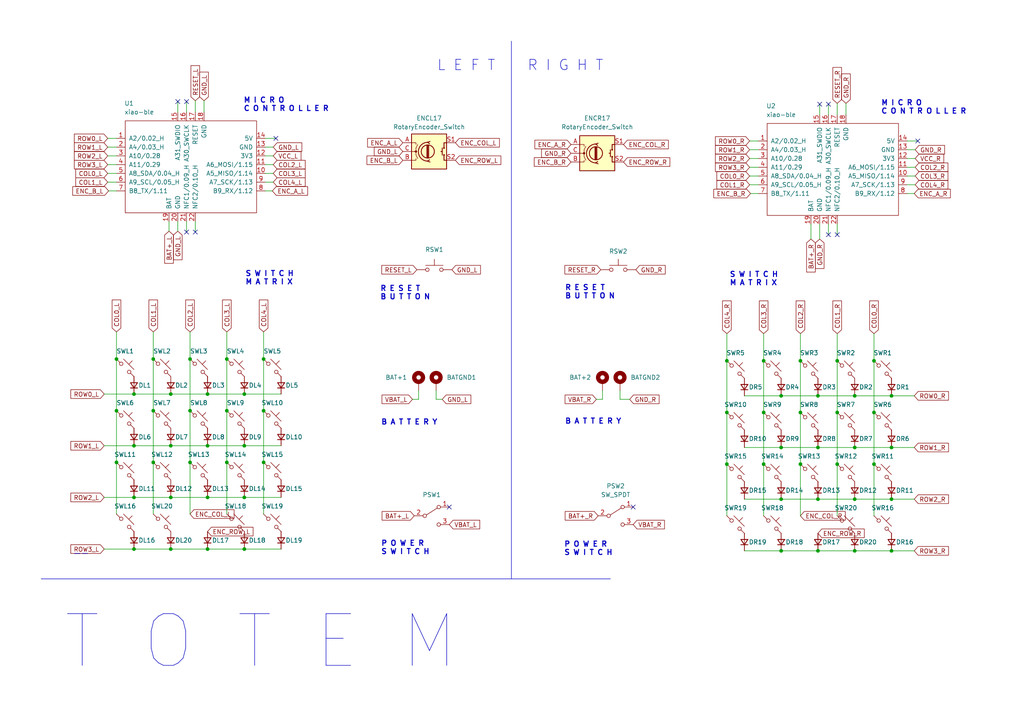
<source format=kicad_sch>
(kicad_sch (version 20250114) (generator "eeschema") (generator_version "9.0")
  (paper "A4")
  (title_block (title "TOTEM split keyboard") (date "2022-11-09") (rev "0.3") (comment 1 "made by GEIST"))
  (lib_symbols
    (symbol "Device:D_Small" (pin_numbers (hide yes)) (pin_names (offset 0.254) (hide yes))
      (property "Reference" "D" (at -1.27 2.032 0))
      (property "Value" "D_Small" (at -3.81 -2.032 0))
      (symbol "D_Small_0_1"
        (polyline (pts (xy -0.762 0) (xy 0.762 0)))
        (polyline (pts (xy -0.762 -1.016) (xy -0.762 1.016)) (stroke (width 0.254)))
        (polyline (pts (xy 0.762 -1.016) (xy -0.762 0) (xy 0.762 1.016) (xy 0.762 -1.016)) (stroke (width 0.254)))
      )
      (symbol "D_Small_1_1"
        (pin passive line (at -2.54 0 0) (length 1.778) (name "K") (number "1"))
        (pin passive line (at 2.54 0 180) (length 1.778) (name "A") (number "2"))
      )
    )
    (symbol "Device:RotaryEncoder_Switch" (pin_names (offset 0.254) (hide yes))
      (property "Reference" "SW" (at 0 6.604 0))
      (property "Value" "RotaryEncoder_Switch" (at 0 -6.604 0))
      (symbol "RotaryEncoder_Switch_0_1"
        (rectangle (start -5.08 5.08) (end 5.08 -5.08) (stroke (width 0.254)) (fill (type background)))
        (polyline (pts (xy -5.08 2.54) (xy -3.81 2.54) (xy -3.81 2.032)))
        (polyline (pts (xy -5.08 0) (xy -3.81 0) (xy -3.81 -1.016) (xy -3.302 -2.032)))
        (polyline (pts (xy -5.08 -2.54) (xy -3.81 -2.54) (xy -3.81 -2.032)))
        (polyline (pts (xy -4.318 0) (xy -3.81 0) (xy -3.81 1.016) (xy -3.302 2.032)))
        (circle (center -3.81 0) (radius 0.254) (fill (type outline)))
        (polyline (pts (xy -0.635 -1.778) (xy -0.635 1.778)) (stroke (width 0.254)))
        (circle (center -0.381 0) (radius 1.905) (stroke (width 0.254)))
        (polyline (pts (xy -0.381 -1.778) (xy -0.381 1.778)) (stroke (width 0.254)))
        (arc (start -0.381 -2.794) (mid -3.0988 -0.0635) (end -0.381 2.667) (stroke (width 0.254)))
        (polyline (pts (xy -0.127 1.778) (xy -0.127 -1.778)) (stroke (width 0.254)))
        (polyline (pts (xy 0.254 2.921) (xy -0.508 2.667) (xy 0.127 2.286)) (stroke (width 0.254)))
        (polyline (pts (xy 0.254 -3.048) (xy -0.508 -2.794) (xy 0.127 -2.413)) (stroke (width 0.254)))
        (polyline (pts (xy 3.81 1.016) (xy 3.81 -1.016)) (stroke (width 0.254)))
        (polyline (pts (xy 3.81 0) (xy 3.429 0)) (stroke (width 0.254)))
        (circle (center 4.318 1.016) (radius 0.127) (stroke (width 0.254)))
        (circle (center 4.318 -1.016) (radius 0.127) (stroke (width 0.254)))
        (polyline (pts (xy 5.08 2.54) (xy 4.318 2.54) (xy 4.318 1.016)) (stroke (width 0.254)))
        (polyline (pts (xy 5.08 -2.54) (xy 4.318 -2.54) (xy 4.318 -1.016)) (stroke (width 0.254)))
      )
      (symbol "RotaryEncoder_Switch_1_1"
        (pin passive line (at -7.62 2.54 0) (length 2.54) (name "A") (number "A"))
        (pin passive line (at -7.62 0 0) (length 2.54) (name "C") (number "C"))
        (pin passive line (at -7.62 -2.54 0) (length 2.54) (name "B") (number "B"))
        (pin passive line (at 7.62 2.54 180) (length 2.54) (name "S1") (number "S1"))
        (pin passive line (at 7.62 -2.54 180) (length 2.54) (name "S2") (number "S2"))
      )
    )
    (symbol "Mechanical:MountingHole_Pad" (pin_numbers (hide yes)) (pin_names (offset 1.016) (hide yes))
      (property "Reference" "H" (at 0 6.35 0))
      (property "Value" "MountingHole_Pad" (at 0 4.445 0))
      (symbol "MountingHole_Pad_0_1"
        (circle (center 0 1.27) (radius 1.27) (stroke (width 1.27)))
      )
      (symbol "MountingHole_Pad_1_1"
        (pin input line (at 0 -2.54 90) (length 2.54) (name "1") (number "1"))
      )
    )
    (symbol "Switch:SW_Push" (pin_numbers (hide yes)) (pin_names (offset 1.016) (hide yes))
      (property "Reference" "SW" (at 1.27 2.54 0))
      (property "Value" "SW_Push" (at 0 -1.524 0))
      (symbol "SW_Push_0_1"
        (circle (center -2.032 0) (radius 0.508))
        (polyline (pts (xy 0 1.27) (xy 0 3.048)))
        (circle (center 2.032 0) (radius 0.508))
        (polyline (pts (xy 2.54 1.27) (xy -2.54 1.27)))
        (pin passive line (at -5.08 0 0) (length 2.54) (name "1") (number "1"))
        (pin passive line (at 5.08 0 180) (length 2.54) (name "2") (number "2"))
      )
    )
    (symbol "Switch:SW_Push_45deg" (pin_numbers (hide yes)) (pin_names (offset 1.016) (hide yes))
      (property "Reference" "SW" (at 3.048 1.016 0))
      (property "Value" "SW_Push_45deg" (at 0 -3.81 0))
      (symbol "SW_Push_45deg_0_1"
        (polyline (pts (xy -2.54 2.54) (xy -1.524 1.524) (xy -1.524 1.524)))
        (circle (center -1.1684 1.1684) (radius 0.508))
        (polyline (pts (xy -0.508 2.54) (xy 2.54 -0.508)))
        (polyline (pts (xy 1.016 1.016) (xy 2.032 2.032)))
        (circle (center 1.143 -1.1938) (radius 0.508))
        (polyline (pts (xy 1.524 -1.524) (xy 2.54 -2.54) (xy 2.54 -2.54) (xy 2.54 -2.54)))
        (pin passive line (at -2.54 2.54 0) (length 0) (name "1") (number "1"))
        (pin passive line (at 2.54 -2.54 180) (length 0) (name "2") (number "2"))
      )
    )
    (symbol "Switch:SW_SPDT" (pin_names (offset 0) (hide yes))
      (property "Reference" "SW" (at 0 4.318 0))
      (property "Value" "SW_SPDT" (at 0 -5.08 0))
      (symbol "SW_SPDT_0_0"
        (circle (center -2.032 0) (radius 0.508))
        (circle (center 2.032 -2.54) (radius 0.508))
      )
      (symbol "SW_SPDT_0_1"
        (polyline (pts (xy -1.524 0.254) (xy 1.651 2.286)))
        (circle (center 2.032 2.54) (radius 0.508))
      )
      (symbol "SW_SPDT_1_1"
        (pin passive line (at -5.08 0 0) (length 2.54) (name "B") (number "2"))
        (pin passive line (at 5.08 2.54 180) (length 2.54) (name "A") (number "1"))
        (pin passive line (at 5.08 -2.54 180) (length 2.54) (name "C") (number "3"))
      )
    )
    (symbol "mcu:xiao-ble" (pin_names (offset 1.016))
      (property "Reference" "U" (at -17.78 16.51 0))
      (property "Value" "xiao-ble" (at -15.24 13.97 0))
      (symbol "xiao-ble_0_1"
        (rectangle (start -19.05 12.7) (end 19.05 -13.97))
      )
      (symbol "xiao-ble_1_1"
        (pin bidirectional line (at -21.59 7.62 0) (length 2.54) (name "A2/0.02_H") (number "1"))
        (pin bidirectional line (at -21.59 5.08 0) (length 2.54) (name "A4/0.03_H") (number "2"))
        (pin bidirectional line (at -21.59 2.54 0) (length 2.54) (name "A10/0.28") (number "3"))
        (pin bidirectional line (at -21.59 0 0) (length 2.54) (name "A11/0.29") (number "4"))
        (pin bidirectional line (at -21.59 -2.54 0) (length 2.54) (name "A8_SDA/0.04_H") (number "5"))
        (pin bidirectional line (at -21.59 -5.08 0) (length 2.54) (name "A9_SCL/0.05_H") (number "6"))
        (pin bidirectional line (at -21.59 -7.62 0) (length 2.54) (name "B8_TX/1.11") (number "7"))
        (pin bidirectional line (at -6.35 -16.51 90) (length 2.54) (name "BAT") (number "19"))
        (pin input line (at -3.81 15.24 270) (length 2.54) (name "A31_SWDIO") (number "15"))
        (pin power_out line (at -3.81 -16.51 90) (length 2.54) (name "GND") (number "20"))
        (pin input line (at -1.27 15.24 270) (length 2.54) (name "A30_SWCLK") (number "16"))
        (pin bidirectional line (at -1.27 -16.51 90) (length 2.54) (name "NFC1/0.09_H") (number "21"))
        (pin input line (at 1.27 15.24 270) (length 2.54) (name "RESET") (number "17"))
        (pin bidirectional line (at 1.27 -16.51 90) (length 2.54) (name "NFC2/0.10_H") (number "22"))
        (pin power_out line (at 3.81 15.24 270) (length 2.54) (name "GND") (number "18"))
        (pin power_out line (at 21.59 7.62 180) (length 2.54) (name "5V") (number "14"))
        (pin power_out line (at 21.59 5.08 180) (length 2.54) (name "GND") (number "13"))
        (pin power_out line (at 21.59 2.54 180) (length 2.54) (name "3V3") (number "12"))
        (pin bidirectional line (at 21.59 0 180) (length 2.54) (name "A6_MOSI/1.15") (number "11"))
        (pin bidirectional line (at 21.59 -2.54 180) (length 2.54) (name "A5_MISO/1.14") (number "10"))
        (pin bidirectional line (at 21.59 -5.08 180) (length 2.54) (name "A7_SCK/1.13") (number "9"))
        (pin bidirectional line (at 21.59 -7.62 180) (length 2.54) (name "B9_RX/1.12") (number "8"))
      )
    )
  )
  (text "M I C R O \nC O N T R O L L E R" (at 255.524 33.274 0) (effects (font (size 1.5 1.5) (thickness 0.3) (bold yes)) (justify left bottom)))
  (text "R E S E T \nB U T T O N" (at 110.236 87.122 0) (effects (font (size 1.5 1.5) (thickness 0.3) (bold yes)) (justify left bottom)))
  (text "S W I T C H\nM A T R I X" (at 71.12 82.804 0) (effects (font (size 1.5 1.5) (thickness 0.3) (bold yes)) (justify left bottom)))
  (text "P O W E R\nS W I T C H" (at 110.49 161.036 0) (effects (font (size 1.5 1.5) (thickness 0.3) (bold yes)) (justify left bottom)))
  (text "R E S E T \nB U T T O N" (at 163.83 86.868 0) (effects (font (size 1.5 1.5) (thickness 0.3) (bold yes)) (justify left bottom)))
  (text "T O T E M" (at 18.034 195.072 0) (effects (font (size 15 15)) (justify left bottom)))
  (text "S W I T C H\nM A T R I X" (at 211.582 83.058 0) (effects (font (size 1.5 1.5) (thickness 0.3) (bold yes)) (justify left bottom)))
  (text "B A T T E R Y" (at 110.49 123.444 0) (effects (font (size 1.5 1.5) (thickness 0.3) (bold yes)) (justify left bottom)))
  (text "P O W E R\nS W I T C H" (at 163.576 161.29 0) (effects (font (size 1.5 1.5) (thickness 0.3) (bold yes)) (justify left bottom)))
  (text "R I G H T" (at 152.908 20.828 0) (effects (font (size 3 3)) (justify left bottom)))
  (text "B A T T E R Y" (at 163.83 123.19 0) (effects (font (size 1.5 1.5) (thickness 0.3) (bold yes)) (justify left bottom)))
  (text "L E F T" (at 143.764 20.828 0) (effects (font (size 3 3)) (justify right bottom)))
  (text "M I C R O \nC O N T R O L L E R" (at 70.612 32.512 0) (effects (font (size 1.5 1.5) (thickness 0.3) (bold yes)) (justify left bottom)))
  (junction (at 33.782 104.14))
  (junction (at 33.782 134.112))
  (junction (at 226.568 129.794))
  (junction (at 49.53 114.3))
  (junction (at 44.45 134.112))
  (junction (at 44.45 119.126))
  (junction (at 49.53 159.258))
  (junction (at 55.118 119.126))
  (junction (at 70.866 129.286))
  (junction (at 226.568 144.78))
  (junction (at 226.568 159.766))
  (junction (at 237.236 114.808))
  (junction (at 247.904 159.766))
  (junction (at 49.53 144.272))
  (junction (at 38.862 159.258))
  (junction (at 232.156 119.634))
  (junction (at 258.572 144.78))
  (junction (at 76.454 104.14))
  (junction (at 70.866 144.272))
  (junction (at 221.488 119.634))
  (junction (at 237.236 159.766))
  (junction (at 247.904 144.78))
  (junction (at 76.454 119.126))
  (junction (at 44.45 104.14))
  (junction (at 70.866 114.3))
  (junction (at 210.82 134.62))
  (junction (at 232.156 134.62))
  (junction (at 55.118 104.14))
  (junction (at 247.904 129.794))
  (junction (at 242.824 104.648))
  (junction (at 60.198 144.272))
  (junction (at 38.862 144.272))
  (junction (at 232.156 104.648))
  (junction (at 247.904 114.808))
  (junction (at 210.82 104.648))
  (junction (at 65.786 104.14))
  (junction (at 60.198 114.3))
  (junction (at 60.198 159.258))
  (junction (at 258.572 129.794))
  (junction (at 49.53 129.286))
  (junction (at 33.782 119.126))
  (junction (at 258.572 114.808))
  (junction (at 70.866 159.258))
  (junction (at 237.236 129.794))
  (junction (at 221.488 134.62))
  (junction (at 55.118 134.112))
  (junction (at 258.572 159.766))
  (junction (at 253.492 119.634))
  (junction (at 242.824 134.62))
  (junction (at 242.824 119.634))
  (junction (at 38.862 129.286))
  (junction (at 65.786 119.126))
  (junction (at 76.454 134.112))
  (junction (at 253.492 134.62))
  (junction (at 65.786 134.112))
  (junction (at 226.568 114.808))
  (junction (at 60.198 129.286))
  (junction (at 237.236 144.78))
  (junction (at 38.862 114.3))
  (junction (at 253.492 104.648))
  (junction (at 221.488 104.648))
  (junction (at 210.82 119.634))
  (no_connect (at 237.744 30.226))
  (no_connect (at 240.284 30.226))
  (no_connect (at 54.102 67.31))
  (no_connect (at 56.642 67.31))
  (no_connect (at 183.642 147.066))
  (no_connect (at 54.102 29.464))
  (no_connect (at 51.562 29.464))
  (no_connect (at 266.192 40.894))
  (no_connect (at 80.01 40.132))
  (no_connect (at 130.302 147.066))
  (no_connect (at 242.824 68.072))
  (no_connect (at 240.284 68.072))
  (wire (pts (xy 215.9 144.78) (xy 226.568 144.78)))
  (wire (pts (xy 49.022 64.262) (xy 49.022 67.056)))
  (wire (pts (xy 217.424 40.894) (xy 219.964 40.894)))
  (wire (pts (xy 215.9 129.794) (xy 226.568 129.794)))
  (wire (pts (xy 49.53 159.258) (xy 60.198 159.258)))
  (wire (pts (xy 247.904 114.808) (xy 258.572 114.808)))
  (wire (pts (xy 179.832 113.284) (xy 179.832 115.824)))
  (wire (pts (xy 76.962 40.132) (xy 80.01 40.132)))
  (wire (pts (xy 253.492 96.774) (xy 253.492 104.648)))
  (wire (pts (xy 126.492 115.824) (xy 128.27 115.824)))
  (wire (pts (xy 126.492 113.284) (xy 126.492 115.824)))
  (wire (pts (xy 56.642 29.21) (xy 56.642 32.512)))
  (wire (pts (xy 65.786 104.14) (xy 65.786 119.126)))
  (wire (pts (xy 263.144 51.054) (xy 265.43 51.054)))
  (wire (pts (xy 240.284 65.024) (xy 240.284 68.072)))
  (wire (pts (xy 49.53 144.272) (xy 60.198 144.272)))
  (wire (pts (xy 210.82 96.774) (xy 210.82 104.648)))
  (wire (pts (xy 31.242 40.132) (xy 33.782 40.132)))
  (wire (pts (xy 70.866 129.286) (xy 81.534 129.286)))
  (wire (pts (xy 226.568 144.78) (xy 237.236 144.78)))
  (wire (pts (xy 210.82 134.62) (xy 210.82 149.606)))
  (wire (pts (xy 210.82 119.634) (xy 210.82 134.62)))
  (wire (pts (xy 237.236 114.808) (xy 247.904 114.808)))
  (wire (pts (xy 242.824 134.62) (xy 242.824 149.606)))
  (wire (pts (xy 217.424 51.054) (xy 219.964 51.054)))
  (wire (pts (xy 65.786 119.126) (xy 65.786 134.112)))
  (wire (pts (xy 263.144 43.434) (xy 265.43 43.434)))
  (wire (pts (xy 265.176 56.134) (xy 263.144 56.134)))
  (wire (pts (xy 55.118 134.112) (xy 55.118 149.098)))
  (wire (pts (xy 253.492 134.62) (xy 253.492 149.606)))
  (wire (pts (xy 217.678 56.134) (xy 219.964 56.134)))
  (wire (pts (xy 38.862 129.286) (xy 49.53 129.286)))
  (wire (pts (xy 76.454 104.14) (xy 76.454 119.126)))
  (wire (pts (xy 242.824 104.648) (xy 242.824 119.634)))
  (wire (pts (xy 232.156 96.774) (xy 232.156 104.648)))
  (wire (pts (xy 215.9 114.808) (xy 226.568 114.808)))
  (wire (pts (xy 76.962 45.212) (xy 79.248 45.212)))
  (wire (pts (xy 33.782 134.112) (xy 33.782 149.098)))
  (wire (pts (xy 31.242 47.752) (xy 33.782 47.752)))
  (wire (pts (xy 54.102 29.464) (xy 54.102 32.512)))
  (wire (pts (xy 217.424 48.514) (xy 219.964 48.514)))
  (wire (pts (xy 30.226 129.286) (xy 38.862 129.286)))
  (wire (pts (xy 44.45 134.112) (xy 44.45 149.098)))
  (wire (pts (xy 237.744 65.024) (xy 237.744 69.342)))
  (wire (pts (xy 76.962 52.832) (xy 79.248 52.832)))
  (wire (pts (xy 253.492 104.648) (xy 253.492 119.634)))
  (wire (pts (xy 38.862 144.272) (xy 49.53 144.272)))
  (wire (pts (xy 51.562 29.464) (xy 51.562 32.512)))
  (polyline (pts (xy 21.59 160.528) (xy 25.4 160.528)) (stroke (width 0) (type dash)))
  (wire (pts (xy 263.144 40.894) (xy 266.192 40.894)))
  (wire (pts (xy 215.9 159.766) (xy 226.568 159.766)))
  (wire (pts (xy 70.866 114.3) (xy 81.534 114.3)))
  (wire (pts (xy 258.572 129.794) (xy 265.176 129.794)))
  (wire (pts (xy 263.144 48.514) (xy 265.43 48.514)))
  (wire (pts (xy 242.824 119.634) (xy 242.824 134.62)))
  (wire (pts (xy 33.782 96.266) (xy 33.782 104.14)))
  (wire (pts (xy 76.454 96.266) (xy 76.454 104.14)))
  (wire (pts (xy 232.156 119.634) (xy 232.156 134.62)))
  (wire (pts (xy 258.572 144.78) (xy 265.176 144.78)))
  (wire (pts (xy 31.242 45.212) (xy 33.782 45.212)))
  (wire (pts (xy 237.236 159.766) (xy 247.904 159.766)))
  (wire (pts (xy 65.786 96.266) (xy 65.786 104.14)))
  (wire (pts (xy 76.454 134.112) (xy 76.454 149.098)))
  (wire (pts (xy 119.634 115.824) (xy 121.412 115.824)))
  (wire (pts (xy 221.488 104.648) (xy 221.488 119.634)))
  (wire (pts (xy 242.824 96.774) (xy 242.824 104.648)))
  (wire (pts (xy 242.824 65.024) (xy 242.824 68.072)))
  (wire (pts (xy 226.568 159.766) (xy 237.236 159.766)))
  (wire (pts (xy 221.488 134.62) (xy 221.488 149.606)))
  (wire (pts (xy 237.236 144.78) (xy 247.904 144.78)))
  (wire (pts (xy 245.364 29.972) (xy 245.364 33.274)))
  (polyline (pts (xy 148.336 11.938) (xy 148.336 167.894)) (stroke (width 0) (type solid)))
  (wire (pts (xy 121.412 115.824) (xy 121.412 113.284)))
  (wire (pts (xy 30.226 114.3) (xy 38.862 114.3)))
  (wire (pts (xy 78.994 55.372) (xy 76.962 55.372)))
  (wire (pts (xy 76.454 119.126) (xy 76.454 134.112)))
  (wire (pts (xy 258.572 159.766) (xy 265.176 159.766)))
  (wire (pts (xy 31.496 55.372) (xy 33.782 55.372)))
  (wire (pts (xy 59.182 29.21) (xy 59.182 32.512)))
  (wire (pts (xy 49.53 129.286) (xy 60.198 129.286)))
  (wire (pts (xy 31.242 50.292) (xy 33.782 50.292)))
  (wire (pts (xy 258.572 114.808) (xy 265.176 114.808)))
  (wire (pts (xy 263.144 45.974) (xy 265.43 45.974)))
  (polyline (pts (xy 11.938 167.894) (xy 177.038 167.894)) (stroke (width 0) (type solid)))
  (wire (pts (xy 60.198 144.272) (xy 70.866 144.272)))
  (wire (pts (xy 242.824 29.972) (xy 242.824 33.274)))
  (wire (pts (xy 172.974 115.824) (xy 174.752 115.824)))
  (wire (pts (xy 247.904 129.794) (xy 258.572 129.794)))
  (wire (pts (xy 237.744 30.226) (xy 237.744 33.274)))
  (wire (pts (xy 226.568 114.808) (xy 237.236 114.808)))
  (wire (pts (xy 56.642 64.262) (xy 56.642 67.31)))
  (wire (pts (xy 49.53 114.3) (xy 60.198 114.3)))
  (wire (pts (xy 60.198 129.286) (xy 70.866 129.286)))
  (wire (pts (xy 232.156 134.62) (xy 232.156 149.606)))
  (wire (pts (xy 263.144 53.594) (xy 265.43 53.594)))
  (wire (pts (xy 44.45 104.14) (xy 44.45 119.126)))
  (wire (pts (xy 217.424 53.594) (xy 219.964 53.594)))
  (wire (pts (xy 44.45 119.126) (xy 44.45 134.112)))
  (wire (pts (xy 237.236 129.794) (xy 247.904 129.794)))
  (wire (pts (xy 44.45 96.266) (xy 44.45 104.14)))
  (wire (pts (xy 38.862 114.3) (xy 49.53 114.3)))
  (wire (pts (xy 55.118 119.126) (xy 55.118 134.112)))
  (wire (pts (xy 217.424 43.434) (xy 219.964 43.434)))
  (wire (pts (xy 221.488 119.634) (xy 221.488 134.62)))
  (wire (pts (xy 65.786 134.112) (xy 65.786 149.098)))
  (wire (pts (xy 76.962 47.752) (xy 79.248 47.752)))
  (wire (pts (xy 174.752 115.824) (xy 174.752 113.284)))
  (wire (pts (xy 240.284 30.226) (xy 240.284 33.274)))
  (wire (pts (xy 60.198 159.258) (xy 70.866 159.258)))
  (wire (pts (xy 210.82 104.648) (xy 210.82 119.634)))
  (wire (pts (xy 31.242 52.832) (xy 33.782 52.832)))
  (wire (pts (xy 247.904 144.78) (xy 258.572 144.78)))
  (wire (pts (xy 221.488 96.774) (xy 221.488 104.648)))
  (wire (pts (xy 30.226 144.272) (xy 38.862 144.272)))
  (wire (pts (xy 76.962 42.672) (xy 79.248 42.672)))
  (wire (pts (xy 31.242 42.672) (xy 33.782 42.672)))
  (wire (pts (xy 232.156 104.648) (xy 232.156 119.634)))
  (wire (pts (xy 70.866 159.258) (xy 81.534 159.258)))
  (wire (pts (xy 235.204 65.024) (xy 235.204 69.342)))
  (wire (pts (xy 55.118 104.14) (xy 55.118 119.126)))
  (wire (pts (xy 33.782 104.14) (xy 33.782 119.126)))
  (wire (pts (xy 54.102 64.262) (xy 54.102 67.31)))
  (wire (pts (xy 55.118 96.266) (xy 55.118 104.14)))
  (wire (pts (xy 179.832 115.824) (xy 182.626 115.824)))
  (wire (pts (xy 60.198 114.3) (xy 70.866 114.3)))
  (wire (pts (xy 76.962 50.292) (xy 79.248 50.292)))
  (wire (pts (xy 38.862 159.258) (xy 49.53 159.258)))
  (wire (pts (xy 247.904 159.766) (xy 258.572 159.766)))
  (wire (pts (xy 51.562 64.262) (xy 51.562 67.056)))
  (wire (pts (xy 30.226 159.258) (xy 38.862 159.258)))
  (wire (pts (xy 33.782 119.126) (xy 33.782 134.112)))
  (wire (pts (xy 217.424 45.974) (xy 219.964 45.974)))
  (wire (pts (xy 253.492 119.634) (xy 253.492 134.62)))
  (wire (pts (xy 70.866 144.272) (xy 81.534 144.272)))
  (wire (pts (xy 226.568 129.794) (xy 237.236 129.794)))
  (global_label "GND_L" (shape input) (at 131.064 78.232 0) (property "Intersheetrefs" "${INTERSHEET_REFS}" (effects (hide yes))))
  (global_label "VCC_R" (shape input) (at 265.43 45.974 0) (property "Intersheetrefs" "${INTERSHEET_REFS}" (effects (hide yes))))
  (global_label "ROW3_R" (shape input) (at 265.176 159.766 0) (property "Intersheetrefs" "${INTERSHEET_REFS}" (effects (hide yes))))
  (global_label "GND_R" (shape input) (at 265.43 43.434 0) (property "Intersheetrefs" "${INTERSHEET_REFS}" (effects (hide yes))))
  (global_label "COL3_L" (shape input) (at 65.786 96.266 90) (property "Intersheetrefs" "${INTERSHEET_REFS}" (effects (hide yes))))
  (global_label "COL4_L" (shape input) (at 76.454 96.266 90) (property "Intersheetrefs" "${INTERSHEET_REFS}" (effects (hide yes))))
  (global_label "ROW0_R" (shape input) (at 265.176 114.808 0) (property "Intersheetrefs" "${INTERSHEET_REFS}" (effects (hide yes))))
  (global_label "COL1_L" (shape input) (at 44.45 96.266 90) (property "Intersheetrefs" "${INTERSHEET_REFS}" (effects (hide yes))))
  (global_label "GND_L" (shape input) (at 59.182 29.21 90) (property "Intersheetrefs" "${INTERSHEET_REFS}" (effects (hide yes))))
  (global_label "COL2_R" (shape input) (at 232.156 96.774 90) (property "Intersheetrefs" "${INTERSHEET_REFS}" (effects (hide yes))))
  (global_label "GND_L" (shape input) (at 79.248 42.672 0) (property "Intersheetrefs" "${INTERSHEET_REFS}" (effects (hide yes))))
  (global_label "ENC_B_L" (shape input) (at 31.496 55.372 180) (property "Intersheetrefs" "${INTERSHEET_REFS}" (effects (hide yes))))
  (global_label "BAT+_L" (shape input) (at 120.142 149.606 180) (property "Intersheetrefs" "${INTERSHEET_REFS}" (effects (hide yes))))
  (global_label "ROW0_R" (shape input) (at 217.424 40.894 180) (property "Intersheetrefs" "${INTERSHEET_REFS}" (effects (hide yes))))
  (global_label "ENC_ROW_L" (shape input) (at 132.08 46.482 0) (property "Intersheetrefs" "${INTERSHEET_REFS}" (effects (hide yes))))
  (global_label "COL0_R" (shape input) (at 217.424 51.054 180) (property "Intersheetrefs" "${INTERSHEET_REFS}" (effects (hide yes))))
  (global_label "COL4_R" (shape input) (at 265.43 53.594 0) (property "Intersheetrefs" "${INTERSHEET_REFS}" (effects (hide yes))))
  (global_label "ENC_ROW_R" (shape input) (at 237.236 154.686 0) (property "Intersheetrefs" "${INTERSHEET_REFS}" (effects (hide yes))))
  (global_label "ENC_A_R" (shape input) (at 265.176 56.134 0) (property "Intersheetrefs" "${INTERSHEET_REFS}" (effects (hide yes))))
  (global_label "RESET_R" (shape input) (at 242.824 29.972 90) (property "Intersheetrefs" "${INTERSHEET_REFS}" (effects (hide yes))))
  (global_label "RESET_R" (shape input) (at 174.244 78.232 180) (property "Intersheetrefs" "${INTERSHEET_REFS}" (effects (hide yes))))
  (global_label "ROW3_L" (shape input) (at 30.226 159.258 180) (property "Intersheetrefs" "${INTERSHEET_REFS}" (effects (hide yes))))
  (global_label "VBAT_R" (shape input) (at 183.642 152.146 0) (property "Intersheetrefs" "${INTERSHEET_REFS}" (effects (hide yes))))
  (global_label "GND_L" (shape input) (at 51.562 67.056 270) (property "Intersheetrefs" "${INTERSHEET_REFS}" (effects (hide yes))))
  (global_label "ENC_COL_L" (shape input) (at 132.08 41.402 0) (property "Intersheetrefs" "${INTERSHEET_REFS}" (effects (hide yes))))
  (global_label "RESET_L" (shape input) (at 120.904 78.232 180) (property "Intersheetrefs" "${INTERSHEET_REFS}" (effects (hide yes))))
  (global_label "VBAT_R" (shape input) (at 172.974 115.824 180) (property "Intersheetrefs" "${INTERSHEET_REFS}" (effects (hide yes))))
  (global_label "GND_L" (shape input) (at 116.84 43.942 180) (property "Intersheetrefs" "${INTERSHEET_REFS}" (effects (hide yes))))
  (global_label "VCC_L" (shape input) (at 79.248 45.212 0) (property "Intersheetrefs" "${INTERSHEET_REFS}" (effects (hide yes))))
  (global_label "ENC_ROW_L" (shape input) (at 60.198 154.178 0) (property "Intersheetrefs" "${INTERSHEET_REFS}" (effects (hide yes))))
  (global_label "ENC_COL_R" (shape input) (at 180.848 41.91 0) (property "Intersheetrefs" "${INTERSHEET_REFS}" (effects (hide yes))))
  (global_label "BAT+_L" (shape input) (at 49.022 67.056 270) (property "Intersheetrefs" "${INTERSHEET_REFS}" (effects (hide yes))))
  (global_label "COL1_R" (shape input) (at 217.424 53.594 180) (property "Intersheetrefs" "${INTERSHEET_REFS}" (effects (hide yes))))
  (global_label "ROW3_R" (shape input) (at 217.424 48.514 180) (property "Intersheetrefs" "${INTERSHEET_REFS}" (effects (hide yes))))
  (global_label "BAT+_R" (shape input) (at 173.482 149.606 180) (property "Intersheetrefs" "${INTERSHEET_REFS}" (effects (hide yes))))
  (global_label "ROW0_L" (shape input) (at 30.226 114.3 180) (property "Intersheetrefs" "${INTERSHEET_REFS}" (effects (hide yes))))
  (global_label "GND_R" (shape input) (at 165.608 44.45 180) (property "Intersheetrefs" "${INTERSHEET_REFS}" (effects (hide yes))))
  (global_label "GND_L" (shape input) (at 128.27 115.824 0) (property "Intersheetrefs" "${INTERSHEET_REFS}" (effects (hide yes))))
  (global_label "VBAT_L" (shape input) (at 119.634 115.824 180) (property "Intersheetrefs" "${INTERSHEET_REFS}" (effects (hide yes))))
  (global_label "ENC_A_R" (shape input) (at 165.608 41.91 180) (property "Intersheetrefs" "${INTERSHEET_REFS}" (effects (hide yes))))
  (global_label "ROW1_R" (shape input) (at 265.176 129.794 0) (property "Intersheetrefs" "${INTERSHEET_REFS}" (effects (hide yes))))
  (global_label "BAT+_R" (shape input) (at 235.204 69.342 270) (property "Intersheetrefs" "${INTERSHEET_REFS}" (effects (hide yes))))
  (global_label "ENC_B_R" (shape input) (at 165.608 46.99 180) (property "Intersheetrefs" "${INTERSHEET_REFS}" (effects (hide yes))))
  (global_label "ENC_COL_L" (shape input) (at 55.118 149.098 0) (property "Intersheetrefs" "${INTERSHEET_REFS}" (effects (hide yes))))
  (global_label "GND_R" (shape input) (at 182.626 115.824 0) (property "Intersheetrefs" "${INTERSHEET_REFS}" (effects (hide yes))))
  (global_label "ENC_ROW_R" (shape input) (at 180.848 46.99 0) (property "Intersheetrefs" "${INTERSHEET_REFS}" (effects (hide yes))))
  (global_label "GND_R" (shape input) (at 184.404 78.232 0) (property "Intersheetrefs" "${INTERSHEET_REFS}" (effects (hide yes))))
  (global_label "COL0_L" (shape input) (at 33.782 96.266 90) (property "Intersheetrefs" "${INTERSHEET_REFS}" (effects (hide yes))))
  (global_label "ROW3_L" (shape input) (at 31.242 47.752 180) (property "Intersheetrefs" "${INTERSHEET_REFS}" (effects (hide yes))))
  (global_label "COL3_R" (shape input) (at 265.43 51.054 0) (property "Intersheetrefs" "${INTERSHEET_REFS}" (effects (hide yes))))
  (global_label "ENC_B_R" (shape input) (at 217.678 56.134 180) (property "Intersheetrefs" "${INTERSHEET_REFS}" (effects (hide yes))))
  (global_label "ENC_A_L" (shape input) (at 116.84 41.402 180) (property "Intersheetrefs" "${INTERSHEET_REFS}" (effects (hide yes))))
  (global_label "ENC_COL_R" (shape input) (at 232.156 149.606 0) (property "Intersheetrefs" "${INTERSHEET_REFS}" (effects (hide yes))))
  (global_label "COL4_R" (shape input) (at 210.82 96.774 90) (property "Intersheetrefs" "${INTERSHEET_REFS}" (effects (hide yes))))
  (global_label "ENC_A_L" (shape input) (at 78.994 55.372 0) (property "Intersheetrefs" "${INTERSHEET_REFS}" (effects (hide yes))))
  (global_label "RESET_L" (shape input) (at 56.642 29.21 90) (property "Intersheetrefs" "${INTERSHEET_REFS}" (effects (hide yes))))
  (global_label "COL3_R" (shape input) (at 221.488 96.774 90) (property "Intersheetrefs" "${INTERSHEET_REFS}" (effects (hide yes))))
  (global_label "ROW1_L" (shape input) (at 30.226 129.286 180) (property "Intersheetrefs" "${INTERSHEET_REFS}" (effects (hide yes))))
  (global_label "ROW2_L" (shape input) (at 31.242 45.212 180) (property "Intersheetrefs" "${INTERSHEET_REFS}" (effects (hide yes))))
  (global_label "GND_R" (shape input) (at 237.744 69.342 270) (property "Intersheetrefs" "${INTERSHEET_REFS}" (effects (hide yes))))
  (global_label "COL2_R" (shape input) (at 265.43 48.514 0) (property "Intersheetrefs" "${INTERSHEET_REFS}" (effects (hide yes))))
  (global_label "GND_R" (shape input) (at 245.364 29.972 90) (property "Intersheetrefs" "${INTERSHEET_REFS}" (effects (hide yes))))
  (global_label "ENC_B_L" (shape input) (at 116.84 46.482 180) (property "Intersheetrefs" "${INTERSHEET_REFS}" (effects (hide yes))))
  (global_label "VBAT_L" (shape input) (at 130.302 152.146 0) (property "Intersheetrefs" "${INTERSHEET_REFS}" (effects (hide yes))))
  (global_label "ROW1_L" (shape input) (at 31.242 42.672 180) (property "Intersheetrefs" "${INTERSHEET_REFS}" (effects (hide yes))))
  (global_label "COL1_R" (shape input) (at 242.824 96.774 90) (property "Intersheetrefs" "${INTERSHEET_REFS}" (effects (hide yes))))
  (global_label "COL0_L" (shape input) (at 31.242 50.292 180) (property "Intersheetrefs" "${INTERSHEET_REFS}" (effects (hide yes))))
  (global_label "COL2_L" (shape input) (at 79.248 47.752 0) (property "Intersheetrefs" "${INTERSHEET_REFS}" (effects (hide yes))))
  (global_label "ROW1_R" (shape input) (at 217.424 43.434 180) (property "Intersheetrefs" "${INTERSHEET_REFS}" (effects (hide yes))))
  (global_label "ROW2_R" (shape input) (at 265.176 144.78 0) (property "Intersheetrefs" "${INTERSHEET_REFS}" (effects (hide yes))))
  (global_label "COL0_R" (shape input) (at 253.492 96.774 90) (property "Intersheetrefs" "${INTERSHEET_REFS}" (effects (hide yes))))
  (global_label "COL3_L" (shape input) (at 79.248 50.292 0) (property "Intersheetrefs" "${INTERSHEET_REFS}" (effects (hide yes))))
  (global_label "COL2_L" (shape input) (at 55.118 96.266 90) (property "Intersheetrefs" "${INTERSHEET_REFS}" (effects (hide yes))))
  (global_label "ROW2_L" (shape input) (at 30.226 144.272 180) (property "Intersheetrefs" "${INTERSHEET_REFS}" (effects (hide yes))))
  (global_label "COL4_L" (shape input) (at 79.248 52.832 0) (property "Intersheetrefs" "${INTERSHEET_REFS}" (effects (hide yes))))
  (global_label "ROW0_L" (shape input) (at 31.242 40.132 180) (property "Intersheetrefs" "${INTERSHEET_REFS}" (effects (hide yes))))
  (global_label "COL1_L" (shape input) (at 31.242 52.832 180) (property "Intersheetrefs" "${INTERSHEET_REFS}" (effects (hide yes))))
  (global_label "ROW2_R" (shape input) (at 217.424 45.974 180) (property "Intersheetrefs" "${INTERSHEET_REFS}" (effects (hide yes))))
  (symbol (lib_id "Device:D_Small") (at 81.534 156.718 90) (unit 1)
    (property "Reference" "DL19" (at 82.804 156.718 90) (effects (justify right)))
    (property "Value" "D_Small" (effects (hide yes)))
    (property "Footprint" "TOTEMlib:Diode_SOD123" (effects (hide yes)))
  )
  (symbol (lib_id "Switch:SW_Push_45deg") (at 245.364 107.188 0) (unit 1)
    (property "Reference" "SWR2" (at 245.364 102.362 0))
    (property "Value" "SW_Push_45deg" (effects (hide yes)))
    (property "Footprint" "TOTEMlib:Kailh_socket_PG1350" (effects (hide yes)))
  )
  (symbol (lib_id "Switch:SW_Push_45deg") (at 36.322 151.638 0) (unit 1)
    (property "Reference" "SWL16" (at 36.322 146.812 0))
    (property "Value" "SW_Push_45deg" (effects (hide yes)))
    (property "Footprint" "TOTEMlib:Kailh_socket_PG1350" (effects (hide yes)))
  )
  (symbol (lib_id "Switch:SW_Push_45deg") (at 256.032 152.146 0) (unit 1)
    (property "Reference" "SWR16" (at 256.032 147.32 0))
    (property "Value" "SW_Push_45deg" (effects (hide yes)))
    (property "Footprint" "TOTEMlib:Kailh_socket_PG1350" (effects (hide yes)))
  )
  (symbol (lib_id "Switch:SW_SPDT") (at 125.222 149.606 0) (unit 1)
    (property "Reference" "PSW1" (at 125.222 143.51 0))
    (property "Value" "SW_SPDT" (effects (hide yes)))
    (property "Footprint" "TOTEMlib:MSK12C02" (effects (hide yes)))
  )
  (symbol (lib_id "Switch:SW_Push_45deg") (at 68.326 106.68 0) (unit 1)
    (property "Reference" "SWL4" (at 68.326 101.854 0))
    (property "Value" "SW_Push_45deg" (effects (hide yes)))
    (property "Footprint" "TOTEMlib:Kailh_socket_PG1350" (effects (hide yes)))
  )
  (symbol (lib_id "Device:D_Small") (at 258.572 127.254 90) (unit 1)
    (property "Reference" "DR6" (at 259.842 127.254 90) (effects (justify right)))
    (property "Value" "D_Small" (effects (hide yes)))
    (property "Footprint" "TOTEMlib:Diode_SOD123" (effects (hide yes)))
  )
  (symbol (lib_id "Mechanical:MountingHole_Pad") (at 121.412 110.744 0) (unit 1)
    (property "Reference" "BAT+1" (at 118.11 109.474 0) (effects (justify right)))
    (property "Value" "+" (effects (hide yes)))
    (property "Footprint" "TOTEMlib:BatteryPad" (effects (hide yes)))
  )
  (symbol (lib_id "Device:RotaryEncoder_Switch") (at 173.228 44.45 0) (unit 1)
    (property "Reference" "ENCR17" (at 173.228 34.29 0))
    (property "Value" "RotaryEncoder_Switch" (at 173.228 36.83 0))
    (property "Footprint" "BrownSugar_KBD:RollerEncoder_SW_Vertical" (effects (hide yes)))
    (property "Description" "Rotary encoder, dual channel, incremental quadrate outputs, with switch" (effects (hide yes)))
  )
  (symbol (lib_id "Switch:SW_Push_45deg") (at 234.696 107.188 0) (unit 1)
    (property "Reference" "SWR3" (at 234.696 102.362 0))
    (property "Value" "SW_Push_45deg" (effects (hide yes)))
    (property "Footprint" "TOTEMlib:Kailh_socket_PG1350" (effects (hide yes)))
  )
  (symbol (lib_id "Switch:SW_Push_45deg") (at 57.658 106.68 0) (unit 1)
    (property "Reference" "SWL3" (at 57.658 101.854 0))
    (property "Value" "SW_Push_45deg" (effects (hide yes)))
    (property "Footprint" "TOTEMlib:Kailh_socket_PG1350" (effects (hide yes)))
  )
  (symbol (lib_id "Switch:SW_SPDT") (at 178.562 149.606 0) (unit 1)
    (property "Reference" "PSW2" (at 178.562 140.97 0))
    (property "Value" "SW_SPDT" (at 178.562 143.51 0))
    (property "Footprint" "TOTEMlib:MSK12C02" (effects (hide yes)))
  )
  (symbol (lib_id "Mechanical:MountingHole_Pad") (at 126.492 110.744 0) (unit 1)
    (property "Reference" "BATGND1" (at 129.54 109.474 0) (effects (justify left)))
    (property "Value" "-" (effects (hide yes)))
    (property "Footprint" "TOTEMlib:BatteryPad" (effects (hide yes)))
  )
  (symbol (lib_id "Device:D_Small") (at 215.9 112.268 90) (unit 1)
    (property "Reference" "DR5" (at 217.17 112.268 90) (effects (justify right)))
    (property "Value" "D_Small" (effects (hide yes)))
    (property "Footprint" "TOTEMlib:Diode_SOD123" (effects (hide yes)))
  )
  (symbol (lib_id "Switch:SW_Push_45deg") (at 213.36 122.174 0) (unit 1)
    (property "Reference" "SWR10" (at 213.36 117.348 0))
    (property "Value" "SW_Push_45deg" (effects (hide yes)))
    (property "Footprint" "TOTEMlib:Kailh_socket_PG1350" (effects (hide yes)))
  )
  (symbol (lib_id "Switch:SW_Push") (at 125.984 78.232 0) (unit 1)
    (property "Reference" "RSW1" (at 125.984 72.39 0))
    (property "Value" "SW_Push" (effects (hide yes)))
    (property "Footprint" "TOTEMlib:SKHLLCA010" (effects (hide yes)))
  )
  (symbol (lib_id "Switch:SW_Push_45deg") (at 245.364 137.16 0) (unit 1)
    (property "Reference" "SWR12" (at 245.364 132.334 0))
    (property "Value" "SW_Push_45deg" (effects (hide yes)))
    (property "Footprint" "TOTEMlib:Kailh_socket_PG1350" (effects (hide yes)))
  )
  (symbol (lib_id "Switch:SW_Push_45deg") (at 234.696 122.174 0) (unit 1)
    (property "Reference" "SWR8" (at 234.696 117.348 0))
    (property "Value" "SW_Push_45deg" (effects (hide yes)))
    (property "Footprint" "TOTEMlib:Kailh_socket_PG1350" (effects (hide yes)))
  )
  (symbol (lib_id "Switch:SW_Push_45deg") (at 245.364 152.146 0) (unit 1)
    (property "Reference" "SWR20" (at 245.364 147.32 0))
    (property "Value" "SW_Push_45deg" (effects (hide yes)))
    (property "Footprint" "TOTEMlib:Kailh_socket_PG1350" (effects (hide yes)))
  )
  (symbol (lib_id "Switch:SW_Push_45deg") (at 46.99 121.666 0) (unit 1)
    (property "Reference" "SWL7" (at 46.99 116.84 0))
    (property "Value" "SW_Push_45deg" (effects (hide yes)))
    (property "Footprint" "TOTEMlib:Kailh_socket_PG1350" (effects (hide yes)))
  )
  (symbol (lib_id "mcu:xiao-ble") (at 55.372 47.752 0) (unit 1)
    (property "Reference" "U1" (at 36.068 29.972 0) (effects (justify left)))
    (property "Value" "xiao-ble" (at 36.068 32.512 0) (effects (justify left)))
    (property "Footprint" "TOTEMlib:xiao-ble-smd-cutout" (effects (hide yes)))
  )
  (symbol (lib_id "Device:D_Small") (at 226.568 142.24 90) (unit 1)
    (property "Reference" "DR14" (at 227.838 142.24 90) (effects (justify right)))
    (property "Value" "D_Small" (effects (hide yes)))
    (property "Footprint" "TOTEMlib:Diode_SOD123" (effects (hide yes)))
  )
  (symbol (lib_id "Switch:SW_Push_45deg") (at 234.696 137.16 0) (unit 1)
    (property "Reference" "SWR13" (at 234.696 132.334 0))
    (property "Value" "SW_Push_45deg" (effects (hide yes)))
    (property "Footprint" "TOTEMlib:Kailh_socket_PG1350" (effects (hide yes)))
  )
  (symbol (lib_id "Device:D_Small") (at 38.862 111.76 90) (unit 1)
    (property "Reference" "DL1" (at 40.132 111.76 90) (effects (justify right)))
    (property "Value" "D_Small" (effects (hide yes)))
    (property "Footprint" "TOTEMlib:Diode_SOD123" (effects (hide yes)))
  )
  (symbol (lib_id "Device:D_Small") (at 258.572 157.226 90) (unit 1)
    (property "Reference" "DR16" (at 259.842 157.226 90) (effects (justify right)))
    (property "Value" "D_Small" (effects (hide yes)))
    (property "Footprint" "TOTEMlib:Diode_SOD123" (effects (hide yes)))
  )
  (symbol (lib_id "Switch:SW_Push_45deg") (at 213.36 107.188 0) (unit 1)
    (property "Reference" "SWR5" (at 213.36 102.362 0))
    (property "Value" "SW_Push_45deg" (effects (hide yes)))
    (property "Footprint" "TOTEMlib:Kailh_socket_PG1350" (effects (hide yes)))
  )
  (symbol (lib_id "Device:D_Small") (at 49.53 111.76 90) (unit 1)
    (property "Reference" "DL2" (at 50.8 111.76 90) (effects (justify right)))
    (property "Value" "D_Small" (effects (hide yes)))
    (property "Footprint" "TOTEMlib:Diode_SOD123" (effects (hide yes)))
  )
  (symbol (lib_id "Switch:SW_Push_45deg") (at 57.658 121.666 0) (unit 1)
    (property "Reference" "SWL8" (at 57.658 116.84 0))
    (property "Value" "SW_Push_45deg" (effects (hide yes)))
    (property "Footprint" "TOTEMlib:Kailh_socket_PG1350" (effects (hide yes)))
  )
  (symbol (lib_id "Switch:SW_Push_45deg") (at 68.326 136.652 0) (unit 1)
    (property "Reference" "SWL14" (at 68.326 131.826 0))
    (property "Value" "SW_Push_45deg" (effects (hide yes)))
    (property "Footprint" "TOTEMlib:Kailh_socket_PG1350" (effects (hide yes)))
  )
  (symbol (lib_id "Device:D_Small") (at 70.866 141.732 90) (unit 1)
    (property "Reference" "DL14" (at 72.136 141.732 90) (effects (justify right)))
    (property "Value" "D_Small" (effects (hide yes)))
    (property "Footprint" "TOTEMlib:Diode_SOD123" (effects (hide yes)))
  )
  (symbol (lib_id "Device:D_Small") (at 215.9 142.24 90) (unit 1)
    (property "Reference" "DR15" (at 217.17 142.24 90) (effects (justify right)))
    (property "Value" "D_Small" (effects (hide yes)))
    (property "Footprint" "TOTEMlib:Diode_SOD123" (effects (hide yes)))
  )
  (symbol (lib_id "Switch:SW_Push_45deg") (at 78.994 151.638 0) (unit 1)
    (property "Reference" "SWL19" (at 78.994 146.812 0))
    (property "Value" "SW_Push_45deg" (effects (hide yes)))
    (property "Footprint" "TOTEMlib:Kailh_socket_PG1350" (effects (hide yes)))
  )
  (symbol (lib_id "Switch:SW_Push_45deg") (at 213.36 152.146 0) (unit 1)
    (property "Reference" "SWR19" (at 213.36 147.32 0))
    (property "Value" "SW_Push_45deg" (effects (hide yes)))
    (property "Footprint" "TOTEMlib:Kailh_socket_PG1350" (effects (hide yes)))
  )
  (symbol (lib_id "Switch:SW_Push_45deg") (at 245.364 122.174 0) (unit 1)
    (property "Reference" "SWR7" (at 245.364 117.348 0))
    (property "Value" "SW_Push_45deg" (effects (hide yes)))
    (property "Footprint" "TOTEMlib:Kailh_socket_PG1350" (effects (hide yes)))
  )
  (symbol (lib_id "Switch:SW_Push_45deg") (at 36.322 106.68 0) (unit 1)
    (property "Reference" "SWL1" (at 36.322 101.854 0))
    (property "Value" "SW_Push_45deg" (effects (hide yes)))
    (property "Footprint" "TOTEMlib:Kailh_socket_PG1350" (effects (hide yes)))
  )
  (symbol (lib_id "Device:D_Small") (at 81.534 111.76 90) (unit 1)
    (property "Reference" "DL5" (at 82.804 111.76 90) (effects (justify right)))
    (property "Value" "D_Small" (effects (hide yes)))
    (property "Footprint" "TOTEMlib:Diode_SOD123" (effects (hide yes)))
  )
  (symbol (lib_id "Device:D_Small") (at 226.568 112.268 90) (unit 1)
    (property "Reference" "DR4" (at 227.838 112.268 90) (effects (justify right)))
    (property "Value" "D_Small" (effects (hide yes)))
    (property "Footprint" "TOTEMlib:Diode_SOD123" (effects (hide yes)))
  )
  (symbol (lib_id "Device:D_Small") (at 237.236 142.24 90) (unit 1)
    (property "Reference" "DR13" (at 238.506 142.24 90) (effects (justify right)))
    (property "Value" "D_Small" (effects (hide yes)))
    (property "Footprint" "TOTEMlib:Diode_SOD123" (effects (hide yes)))
  )
  (symbol (lib_id "Device:D_Small") (at 49.53 156.718 90) (unit 1)
    (property "Reference" "DL20" (at 50.8 156.718 90) (effects (justify right)))
    (property "Value" "D_Small" (effects (hide yes)))
    (property "Footprint" "TOTEMlib:Diode_SOD123" (effects (hide yes)))
  )
  (symbol (lib_id "Mechanical:MountingHole_Pad") (at 179.832 110.744 0) (unit 1)
    (property "Reference" "BATGND2" (at 182.88 109.474 0) (effects (justify left)))
    (property "Value" "-" (effects (hide yes)))
    (property "Footprint" "TOTEMlib:BatteryPad" (effects (hide yes)))
  )
  (symbol (lib_id "Switch:SW_Push_45deg") (at 68.326 121.666 0) (unit 1)
    (property "Reference" "SWL9" (at 68.326 116.84 0))
    (property "Value" "SW_Push_45deg" (effects (hide yes)))
    (property "Footprint" "TOTEMlib:Kailh_socket_PG1350" (effects (hide yes)))
  )
  (symbol (lib_id "Switch:SW_Push_45deg") (at 78.994 106.68 0) (unit 1)
    (property "Reference" "SWL5" (at 78.994 101.854 0))
    (property "Value" "SW_Push_45deg" (effects (hide yes)))
    (property "Footprint" "TOTEMlib:Kailh_socket_PG1350" (effects (hide yes)))
  )
  (symbol (lib_id "Switch:SW_Push_45deg") (at 224.028 137.16 0) (unit 1)
    (property "Reference" "SWR14" (at 224.028 132.334 0))
    (property "Value" "SW_Push_45deg" (effects (hide yes)))
    (property "Footprint" "TOTEMlib:Kailh_socket_PG1350" (effects (hide yes)))
  )
  (symbol (lib_id "Device:D_Small") (at 81.534 126.746 90) (unit 1)
    (property "Reference" "DL10" (at 82.804 126.746 90) (effects (justify right)))
    (property "Value" "D_Small" (effects (hide yes)))
    (property "Footprint" "TOTEMlib:Diode_SOD123" (effects (hide yes)))
  )
  (symbol (lib_id "Device:D_Small") (at 70.866 156.718 90) (unit 1)
    (property "Reference" "DL18" (at 72.136 156.718 90) (effects (justify right)))
    (property "Value" "D_Small" (effects (hide yes)))
    (property "Footprint" "TOTEMlib:Diode_SOD123" (effects (hide yes)))
  )
  (symbol (lib_id "Device:D_Small") (at 49.53 126.746 90) (unit 1)
    (property "Reference" "DL7" (at 50.8 126.746 90) (effects (justify right)))
    (property "Value" "D_Small" (effects (hide yes)))
    (property "Footprint" "TOTEMlib:Diode_SOD123" (effects (hide yes)))
  )
  (symbol (lib_id "Device:D_Small") (at 60.198 111.76 90) (unit 1)
    (property "Reference" "DL3" (at 61.468 111.76 90) (effects (justify right)))
    (property "Value" "D_Small" (effects (hide yes)))
    (property "Footprint" "TOTEMlib:Diode_SOD123" (effects (hide yes)))
  )
  (symbol (lib_id "Switch:SW_Push_45deg") (at 46.99 106.68 0) (unit 1)
    (property "Reference" "SWL2" (at 46.99 101.854 0))
    (property "Value" "SW_Push_45deg" (effects (hide yes)))
    (property "Footprint" "TOTEMlib:Kailh_socket_PG1350" (effects (hide yes)))
  )
  (symbol (lib_id "Switch:SW_Push_45deg") (at 78.994 136.652 0) (unit 1)
    (property "Reference" "SWL15" (at 78.994 131.826 0))
    (property "Value" "SW_Push_45deg" (effects (hide yes)))
    (property "Footprint" "TOTEMlib:Kailh_socket_PG1350" (effects (hide yes)))
  )
  (symbol (lib_id "Switch:SW_Push_45deg") (at 78.994 121.666 0) (unit 1)
    (property "Reference" "SWL10" (at 78.994 116.84 0))
    (property "Value" "SW_Push_45deg" (effects (hide yes)))
    (property "Footprint" "TOTEMlib:Kailh_socket_PG1350" (effects (hide yes)))
  )
  (symbol (lib_id "Device:D_Small") (at 237.236 157.226 90) (unit 1)
    (property "Reference" "DR17" (at 238.506 157.226 90) (effects (justify right)))
    (property "Value" "D_Small" (effects (hide yes)))
    (property "Footprint" "TOTEMlib:Diode_SOD123" (effects (hide yes)))
  )
  (symbol (lib_id "Device:D_Small") (at 237.236 112.268 90) (unit 1)
    (property "Reference" "DR3" (at 238.506 112.268 90) (effects (justify right)))
    (property "Value" "D_Small" (effects (hide yes)))
    (property "Footprint" "TOTEMlib:Diode_SOD123" (effects (hide yes)))
  )
  (symbol (lib_id "Switch:SW_Push_45deg") (at 213.36 137.16 0) (unit 1)
    (property "Reference" "SWR15" (at 213.36 132.334 0))
    (property "Value" "SW_Push_45deg" (effects (hide yes)))
    (property "Footprint" "TOTEMlib:Kailh_socket_PG1350" (effects (hide yes)))
  )
  (symbol (lib_id "Switch:SW_Push_45deg") (at 57.658 136.652 0) (unit 1)
    (property "Reference" "SWL13" (at 57.658 131.826 0))
    (property "Value" "SW_Push_45deg" (effects (hide yes)))
    (property "Footprint" "TOTEMlib:Kailh_socket_PG1350" (effects (hide yes)))
  )
  (symbol (lib_id "Device:D_Small") (at 38.862 156.718 90) (unit 1)
    (property "Reference" "DL16" (at 40.132 156.718 90) (effects (justify right)))
    (property "Value" "D_Small" (effects (hide yes)))
    (property "Footprint" "TOTEMlib:Diode_SOD123" (effects (hide yes)))
  )
  (symbol (lib_id "Device:D_Small") (at 226.568 127.254 90) (unit 1)
    (property "Reference" "DR9" (at 227.838 127.254 90) (effects (justify right)))
    (property "Value" "D_Small" (effects (hide yes)))
    (property "Footprint" "TOTEMlib:Diode_SOD123" (effects (hide yes)))
  )
  (symbol (lib_id "Mechanical:MountingHole_Pad") (at 174.752 110.744 0) (unit 1)
    (property "Reference" "BAT+2" (at 171.45 109.474 0) (effects (justify right)))
    (property "Value" "+" (effects (hide yes)))
    (property "Footprint" "TOTEMlib:BatteryPad" (effects (hide yes)))
  )
  (symbol (lib_id "Device:D_Small") (at 81.534 141.732 90) (unit 1)
    (property "Reference" "DL15" (at 82.804 141.732 90) (effects (justify right)))
    (property "Value" "D_Small" (effects (hide yes)))
    (property "Footprint" "TOTEMlib:Diode_SOD123" (effects (hide yes)))
  )
  (symbol (lib_id "Device:D_Small") (at 258.572 142.24 90) (unit 1)
    (property "Reference" "DR11" (at 259.842 142.24 90) (effects (justify right)))
    (property "Value" "D_Small" (effects (hide yes)))
    (property "Footprint" "TOTEMlib:Diode_SOD123" (effects (hide yes)))
  )
  (symbol (lib_id "Switch:SW_Push") (at 179.324 78.232 0) (unit 1)
    (property "Reference" "RSW2" (at 179.324 72.898 0))
    (property "Value" "SW_Push" (effects (hide yes)))
    (property "Footprint" "TOTEMlib:SKHLLCA010" (effects (hide yes)))
  )
  (symbol (lib_id "Switch:SW_Push_45deg") (at 256.032 107.188 0) (unit 1)
    (property "Reference" "SWR1" (at 256.032 102.362 0))
    (property "Value" "SW_Push_45deg" (effects (hide yes)))
    (property "Footprint" "TOTEMlib:Kailh_socket_PG1350" (effects (hide yes)))
  )
  (symbol (lib_id "Device:D_Small") (at 38.862 126.746 90) (unit 1)
    (property "Reference" "DL6" (at 40.132 126.746 90) (effects (justify right)))
    (property "Value" "D_Small" (effects (hide yes)))
    (property "Footprint" "TOTEMlib:Diode_SOD123" (effects (hide yes)))
  )
  (symbol (lib_id "Device:D_Small") (at 247.904 142.24 90) (unit 1)
    (property "Reference" "DR12" (at 249.174 142.24 90) (effects (justify right)))
    (property "Value" "D_Small" (effects (hide yes)))
    (property "Footprint" "TOTEMlib:Diode_SOD123" (effects (hide yes)))
  )
  (symbol (lib_id "Device:D_Small") (at 215.9 157.226 90) (unit 1)
    (property "Reference" "DR19" (at 217.17 157.226 90) (effects (justify right)))
    (property "Value" "D_Small" (effects (hide yes)))
    (property "Footprint" "TOTEMlib:Diode_SOD123" (effects (hide yes)))
  )
  (symbol (lib_id "Device:D_Small") (at 60.198 156.718 90) (unit 1)
    (property "Reference" "DL17" (at 61.468 156.718 90) (effects (justify right)))
    (property "Value" "D_Small" (effects (hide yes)))
    (property "Footprint" "TOTEMlib:Diode_SOD123" (effects (hide yes)))
  )
  (symbol (lib_id "Device:D_Small") (at 60.198 126.746 90) (unit 1)
    (property "Reference" "DL8" (at 61.468 126.746 90) (effects (justify right)))
    (property "Value" "D_Small" (effects (hide yes)))
    (property "Footprint" "TOTEMlib:Diode_SOD123" (effects (hide yes)))
  )
  (symbol (lib_id "Switch:SW_Push_45deg") (at 224.028 122.174 0) (unit 1)
    (property "Reference" "SWR9" (at 224.028 117.348 0))
    (property "Value" "SW_Push_45deg" (effects (hide yes)))
    (property "Footprint" "TOTEMlib:Kailh_socket_PG1350" (effects (hide yes)))
  )
  (symbol (lib_id "Device:D_Small") (at 38.862 141.732 90) (unit 1)
    (property "Reference" "DL11" (at 40.132 141.732 90) (effects (justify right)))
    (property "Value" "D_Small" (effects (hide yes)))
    (property "Footprint" "TOTEMlib:Diode_SOD123" (effects (hide yes)))
  )
  (symbol (lib_id "Device:D_Small") (at 258.572 112.268 90) (unit 1)
    (property "Reference" "DR1" (at 259.842 112.268 90) (effects (justify right)))
    (property "Value" "D_Small" (effects (hide yes)))
    (property "Footprint" "TOTEMlib:Diode_SOD123" (effects (hide yes)))
  )
  (symbol (lib_id "Device:D_Small") (at 60.198 141.732 90) (unit 1)
    (property "Reference" "DL13" (at 61.468 141.732 90) (effects (justify right)))
    (property "Value" "D_Small" (effects (hide yes)))
    (property "Footprint" "TOTEMlib:Diode_SOD123" (effects (hide yes)))
  )
  (symbol (lib_id "Device:D_Small") (at 237.236 127.254 90) (unit 1)
    (property "Reference" "DR8" (at 238.506 127.254 90) (effects (justify right)))
    (property "Value" "D_Small" (effects (hide yes)))
    (property "Footprint" "TOTEMlib:Diode_SOD123" (effects (hide yes)))
  )
  (symbol (lib_id "mcu:xiao-ble") (at 241.554 48.514 0) (unit 1)
    (property "Reference" "U2" (at 222.25 30.734 0) (effects (justify left)))
    (property "Value" "xiao-ble" (at 222.25 33.274 0) (effects (justify left)))
    (property "Footprint" "TOTEMlib:xiao-ble-smd-cutout" (effects (hide yes)))
  )
  (symbol (lib_id "Device:D_Small") (at 226.568 157.226 90) (unit 1)
    (property "Reference" "DR18" (at 227.838 157.226 90) (effects (justify right)))
    (property "Value" "D_Small" (effects (hide yes)))
    (property "Footprint" "TOTEMlib:Diode_SOD123" (effects (hide yes)))
  )
  (symbol (lib_id "Device:D_Small") (at 247.904 112.268 90) (unit 1)
    (property "Reference" "DR2" (at 249.174 112.268 90) (effects (justify right)))
    (property "Value" "D_Small" (effects (hide yes)))
    (property "Footprint" "TOTEMlib:Diode_SOD123" (effects (hide yes)))
  )
  (symbol (lib_id "Switch:SW_Push_45deg") (at 256.032 122.174 0) (unit 1)
    (property "Reference" "SWR6" (at 256.032 117.348 0))
    (property "Value" "SW_Push_45deg" (effects (hide yes)))
    (property "Footprint" "TOTEMlib:Kailh_socket_PG1350" (effects (hide yes)))
  )
  (symbol (lib_id "Device:D_Small") (at 247.904 127.254 90) (unit 1)
    (property "Reference" "DR7" (at 249.174 127.254 90) (effects (justify right)))
    (property "Value" "D_Small" (effects (hide yes)))
    (property "Footprint" "TOTEMlib:Diode_SOD123" (effects (hide yes)))
  )
  (symbol (lib_id "Switch:SW_Push_45deg") (at 46.99 136.652 0) (unit 1)
    (property "Reference" "SWL12" (at 46.99 131.826 0))
    (property "Value" "SW_Push_45deg" (effects (hide yes)))
    (property "Footprint" "TOTEMlib:Kailh_socket_PG1350" (effects (hide yes)))
  )
  (symbol (lib_id "Switch:SW_Push_45deg") (at 68.326 151.638 0) (unit 1)
    (property "Reference" "SWL18" (at 68.326 146.812 0))
    (property "Value" "SW_Push_45deg" (effects (hide yes)))
    (property "Footprint" "TOTEMlib:Kailh_socket_PG1350" (effects (hide yes)))
  )
  (symbol (lib_id "Switch:SW_Push_45deg") (at 36.322 121.666 0) (unit 1)
    (property "Reference" "SWL6" (at 36.322 116.84 0))
    (property "Value" "SW_Push_45deg" (effects (hide yes)))
    (property "Footprint" "TOTEMlib:Kailh_socket_PG1350" (effects (hide yes)))
  )
  (symbol (lib_id "Device:D_Small") (at 70.866 111.76 90) (unit 1)
    (property "Reference" "DL4" (at 72.136 111.76 90) (effects (justify right)))
    (property "Value" "D_Small" (effects (hide yes)))
    (property "Footprint" "TOTEMlib:Diode_SOD123" (effects (hide yes)))
  )
  (symbol (lib_id "Device:D_Small") (at 70.866 126.746 90) (unit 1)
    (property "Reference" "DL9" (at 72.136 126.746 90) (effects (justify right)))
    (property "Value" "D_Small" (effects (hide yes)))
    (property "Footprint" "TOTEMlib:Diode_SOD123" (effects (hide yes)))
  )
  (symbol (lib_id "Switch:SW_Push_45deg") (at 46.99 151.638 0) (unit 1)
    (property "Reference" "SWL20" (at 46.99 146.812 0))
    (property "Value" "SW_Push_45deg" (effects (hide yes)))
    (property "Footprint" "TOTEMlib:Kailh_socket_PG1350" (effects (hide yes)))
  )
  (symbol (lib_id "Switch:SW_Push_45deg") (at 224.028 107.188 0) (unit 1)
    (property "Reference" "SWR4" (at 224.028 102.362 0))
    (property "Value" "SW_Push_45deg" (effects (hide yes)))
    (property "Footprint" "TOTEMlib:Kailh_socket_PG1350" (effects (hide yes)))
  )
  (symbol (lib_id "Device:D_Small") (at 247.904 157.226 90) (unit 1)
    (property "Reference" "DR20" (at 249.174 157.226 90) (effects (justify right)))
    (property "Value" "D_Small" (effects (hide yes)))
    (property "Footprint" "TOTEMlib:Diode_SOD123" (effects (hide yes)))
  )
  (symbol (lib_id "Switch:SW_Push_45deg") (at 224.028 152.146 0) (unit 1)
    (property "Reference" "SWR18" (at 224.028 147.32 0))
    (property "Value" "SW_Push_45deg" (effects (hide yes)))
    (property "Footprint" "TOTEMlib:Kailh_socket_PG1350" (effects (hide yes)))
  )
  (symbol (lib_id "Device:D_Small") (at 49.53 141.732 90) (unit 1)
    (property "Reference" "DL12" (at 50.8 141.732 90) (effects (justify right)))
    (property "Value" "D_Small" (effects (hide yes)))
    (property "Footprint" "TOTEMlib:Diode_SOD123" (effects (hide yes)))
  )
  (symbol (lib_id "Switch:SW_Push_45deg") (at 36.322 136.652 0) (unit 1)
    (property "Reference" "SWL11" (at 36.322 131.826 0))
    (property "Value" "SW_Push_45deg" (effects (hide yes)))
    (property "Footprint" "TOTEMlib:Kailh_socket_PG1350" (effects (hide yes)))
  )
  (symbol (lib_id "Device:D_Small") (at 215.9 127.254 90) (unit 1)
    (property "Reference" "DR10" (at 217.17 127.254 90) (effects (justify right)))
    (property "Value" "D_Small" (effects (hide yes)))
    (property "Footprint" "TOTEMlib:Diode_SOD123" (effects (hide yes)))
  )
  (symbol (lib_id "Switch:SW_Push_45deg") (at 256.032 137.16 0) (unit 1)
    (property "Reference" "SWR11" (at 256.032 132.334 0))
    (property "Value" "SW_Push_45deg" (effects (hide yes)))
    (property "Footprint" "TOTEMlib:Kailh_socket_PG1350" (effects (hide yes)))
  )
  (symbol (lib_id "Device:RotaryEncoder_Switch") (at 124.46 43.942 0) (unit 1)
    (property "Reference" "ENCL17" (at 124.46 34.29 0))
    (property "Value" "RotaryEncoder_Switch" (at 124.46 36.83 0))
    (property "Footprint" "BrownSugar_KBD:RollerEncoder+SW_horizontal" (effects (hide yes)))
    (property "Description" "Rotary encoder, dual channel, incremental quadrate outputs, with switch" (effects (hide yes)))
  )
)
</source>
